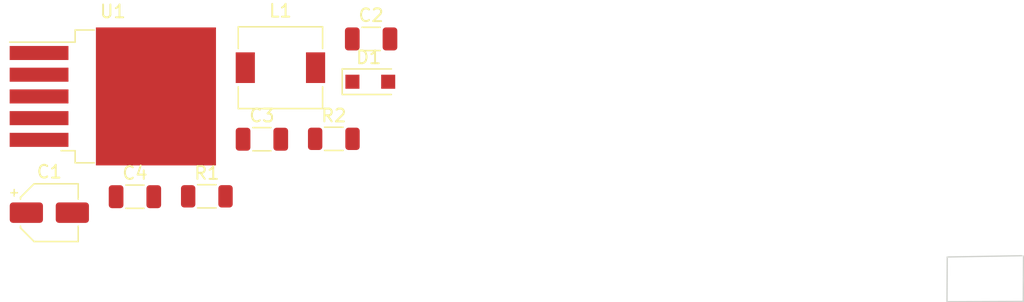
<source format=kicad_pcb>
(kicad_pcb (version 20211014) (generator pcbnew)
  (layers (0 "F.Cu" signal) (31 "B.Cu" signal) (34 "B.Paste" user) (35 "F.Paste" user) (36 "B.SilkS" user "B.Silkscreen") (37 "F.SilkS" user "F.Silkscreen") (38 "B.Mask" user) (39 "F.Mask" user) (44 "Edge.Cuts" user))
  (net 0 "")
  (net 1 "IN+")
  (net 2 "IN-")
  (net 3 "VOUT+")
  (net 4 "VOUT-")
  (net 5 "Net-(D1-Pad1)")
  (net 6 "Net-(R1-Pad2)")
  (footprint "Capacitor_SMD:C_1206_3216Metric" (layer "F.Cu") (at 63.21 99.04)
    (fp_text reference "C3" (at 0 -1.85) (layer "F.SilkS"))
    (fp_text value "1uF")
    (fp_line (start -0.711252 0.91) (end 0.711252 0.91) (layer "F.SilkS") (width 0.12))
    (fp_line (start -0.711252 -0.91) (end 0.711252 -0.91) (layer "F.SilkS") (width 0.12))
    (pad "1" smd roundrect locked (at -1.475 0) (size 1.15 1.8) (layers "F.Cu" "F.Paste" "F.Mask") (roundrect_rratio 0.217391) (net 3 "VOUT+"))
    (pad "2" smd roundrect locked (at 1.475 0) (size 1.15 1.8) (layers "F.Cu" "F.Paste" "F.Mask") (roundrect_rratio 0.217391) (net 4 "VOUT-"))
  )
  (footprint "Inductor_SMD:L_6.3x6.3_H3" (layer "F.Cu") (at 64.66 93.44)
    (fp_text reference "L1" (at 0 -4.45) (layer "F.SilkS"))
    (fp_text value "47uH")
    (fp_line (start -3.3 3.2) (end -3.3 1.5) (layer "F.SilkS") (width 0.12))
    (fp_line (start 3.3 3.2) (end -3.3 3.2) (layer "F.SilkS") (width 0.12))
    (fp_line (start -3.3 -1.5) (end -3.3 -3.2) (layer "F.SilkS") (width 0.12))
    (fp_line (start 3.3 -3.2) (end 3.3 -1.5) (layer "F.SilkS") (width 0.12))
    (fp_line (start -3.3 -3.2) (end 3.3 -3.2) (layer "F.SilkS") (width 0.12))
    (fp_line (start 3.3 1.5) (end 3.3 3.2) (layer "F.SilkS") (width 0.12))
    (pad "1" smd rect locked (at -2.75 0) (size 1.5 2.4) (layers "F.Cu" "F.Paste" "F.Mask") (net 1 "IN+"))
    (pad "2" smd rect locked (at 2.75 0) (size 1.5 2.4) (layers "F.Cu" "F.Paste" "F.Mask") (net 5 "Net-(D1-Pad1)"))
  )
  (footprint "Package_TO_SOT_SMD:TO-263-5_TabPin6" (layer "F.Cu") (at 51.54 95.69)
    (fp_text reference "U1" (at 0 -6.65) (layer "F.SilkS"))
    (fp_text value "XL6009")
    (fp_line (start -2.95 -4.25) (end -8.075 -4.25) (layer "F.SilkS") (width 0.12))
    (fp_line (start -1.45 5.2) (end -2.95 5.2) (layer "F.SilkS") (width 0.12))
    (fp_line (start -1.45 -5.2) (end -2.95 -5.2) (layer "F.SilkS") (width 0.12))
    (fp_line (start -2.95 -5.2) (end -2.95 -4.25) (layer "F.SilkS") (width 0.12))
    (fp_line (start -2.95 5.2) (end -2.95 4.25) (layer "F.SilkS") (width 0.12))
    (fp_line (start -2.95 4.25) (end -4.05 4.25) (layer "F.SilkS") (width 0.12))
    (pad "1" smd rect locked (at -5.775 -3.4) (size 4.6 1.1) (layers "F.Cu" "F.Paste" "F.Mask") (net 2 "IN-"))
    (pad "2" smd rect locked (at -5.775 -1.7) (size 4.6 1.1) (layers "F.Cu" "F.Paste" "F.Mask"))
    (pad "3" smd rect locked (at -5.775 0) (size 4.6 1.1) (layers "F.Cu" "F.Paste" "F.Mask") (net 5 "Net-(D1-Pad1)"))
    (pad "4" smd rect locked (at -5.775 1.7) (size 4.6 1.1) (layers "F.Cu" "F.Paste" "F.Mask") (net 1 "IN+"))
    (pad "5" smd rect locked (at -5.775 3.4) (size 4.6 1.1) (layers "F.Cu" "F.Paste" "F.Mask") (net 6 "Net-(R1-Pad2)"))
    (pad "6" smd rect locked (at 3.375 0) (size 9.4 10.8) (layers "F.Cu" "F.Mask"))
  )
  (footprint "Capacitor_SMD:C_1206_3216Metric" (layer "F.Cu") (at 53.27 103.54)
    (fp_text reference "C4" (at 0 -1.85) (layer "F.SilkS"))
    (fp_text value "220uF/50V")
    (fp_line (start -0.711252 -0.91) (end 0.711252 -0.91) (layer "F.SilkS") (width 0.12))
    (fp_line (start -0.711252 0.91) (end 0.711252 0.91) (layer "F.SilkS") (width 0.12))
    (pad "1" smd roundrect locked (at -1.475 0) (size 1.15 1.8) (layers "F.Cu" "F.Paste" "F.Mask") (roundrect_rratio 0.217391) (net 3 "VOUT+"))
    (pad "2" smd roundrect locked (at 1.475 0) (size 1.15 1.8) (layers "F.Cu" "F.Paste" "F.Mask") (roundrect_rratio 0.217391) (net 4 "VOUT-"))
  )
  (footprint "Resistor_SMD:R_1206_3216Metric" (layer "F.Cu") (at 58.9 103.51)
    (fp_text reference "R1" (at 0 -1.82) (layer "F.SilkS"))
    (fp_text value "60K")
    (fp_line (start -0.727064 -0.91) (end 0.727064 -0.91) (layer "F.SilkS") (width 0.12))
    (fp_line (start -0.727064 0.91) (end 0.727064 0.91) (layer "F.SilkS") (width 0.12))
    (pad "1" smd roundrect locked (at -1.4625 0) (size 1.125 1.75) (layers "F.Cu" "F.Paste" "F.Mask") (roundrect_rratio 0.222222) (net 3 "VOUT+"))
    (pad "2" smd roundrect locked (at 1.4625 0) (size 1.125 1.75) (layers "F.Cu" "F.Paste" "F.Mask") (roundrect_rratio 0.222222) (net 6 "Net-(R1-Pad2)"))
  )
  (footprint "Capacitor_SMD:CP_Elec_4x5.3" (layer "F.Cu") (at 46.57 104.79)
    (fp_text reference "C1" (at 0 -3.2) (layer "F.SilkS"))
    (fp_text value "47uF/60V")
    (fp_line (start 2.26 -2.26) (end 2.26 -1.06) (layer "F.SilkS") (width 0.12))
    (fp_line (start -2.26 -1.195563) (end -1.195563 -2.26) (layer "F.SilkS") (width 0.12))
    (fp_line (start 2.26 2.26) (end 2.26 1.06) (layer "F.SilkS") (width 0.12))
    (fp_line (start -3 -1.56) (end -2.5 -1.56) (layer "F.SilkS") (width 0.12))
    (fp_line (start -2.26 -1.195563) (end -2.26 -1.06) (layer "F.SilkS") (width 0.12))
    (fp_line (start -2.26 1.195563) (end -2.26 1.06) (layer "F.SilkS") (width 0.12))
    (fp_line (start -1.195563 2.26) (end 2.26 2.26) (layer "F.SilkS") (width 0.12))
    (fp_line (start -1.195563 -2.26) (end 2.26 -2.26) (layer "F.SilkS") (width 0.12))
    (fp_line (start -2.75 -1.81) (end -2.75 -1.31) (layer "F.SilkS") (width 0.12))
    (fp_line (start -2.26 1.195563) (end -1.195563 2.26) (layer "F.SilkS") (width 0.12))
    (pad "1" smd roundrect locked (at -1.8 0) (size 2.6 1.6) (layers "F.Cu" "F.Paste" "F.Mask") (roundrect_rratio 0.15625) (net 1 "IN+"))
    (pad "2" smd roundrect locked (at 1.8 0) (size 2.6 1.6) (layers "F.Cu" "F.Paste" "F.Mask") (roundrect_rratio 0.15625) (net 2 "IN-"))
  )
  (footprint "Resistor_SMD:R_1206_3216Metric" (layer "F.Cu") (at 68.84 99.01)
    (fp_text reference "R2" (at 0 -1.82) (layer "F.SilkS"))
    (fp_text value "1K")
    (fp_line (start -0.727064 0.91) (end 0.727064 0.91) (layer "F.SilkS") (width 0.12))
    (fp_line (start -0.727064 -0.91) (end 0.727064 -0.91) (layer "F.SilkS") (width 0.12))
    (pad "1" smd roundrect locked (at -1.4625 0) (size 1.125 1.75) (layers "F.Cu" "F.Paste" "F.Mask") (roundrect_rratio 0.222222) (net 6 "Net-(R1-Pad2)"))
    (pad "2" smd roundrect locked (at 1.4625 0) (size 1.125 1.75) (layers "F.Cu" "F.Paste" "F.Mask") (roundrect_rratio 0.222222) (net 4 "VOUT-"))
  )
  (footprint "Diode_SMD:D_SOD-123F" (layer "F.Cu") (at 71.695 94.54)
    (fp_text reference "D1" (at -0.127 -1.905) (layer "F.SilkS"))
    (fp_text value "SS34")
    (fp_line (start -2.2 -1) (end -2.2 1) (layer "F.SilkS") (width 0.12))
    (fp_line (start -2.2 1) (end 1.65 1) (layer "F.SilkS") (width 0.12))
    (fp_line (start -2.2 -1) (end 1.65 -1) (layer "F.SilkS") (width 0.12))
    (pad "1" smd rect locked (at -1.4 0) (size 1.1 1.1) (layers "F.Cu" "F.Paste" "F.Mask") (net 5 "Net-(D1-Pad1)"))
    (pad "2" smd rect locked (at 1.4 0) (size 1.1 1.1) (layers "F.Cu" "F.Paste" "F.Mask") (net 3 "VOUT+"))
  )
  (footprint "Capacitor_SMD:C_1206_3216Metric" (layer "F.Cu") (at 71.76 91.19)
    (fp_text reference "C2" (at 0 -1.85) (layer "F.SilkS"))
    (fp_text value "1uF")
    (fp_line (start -0.711252 -0.91) (end 0.711252 -0.91) (layer "F.SilkS") (width 0.12))
    (fp_line (start -0.711252 0.91) (end 0.711252 0.91) (layer "F.SilkS") (width 0.12))
    (pad "1" smd roundrect locked (at -1.475 0) (size 1.15 1.8) (layers "F.Cu" "F.Paste" "F.Mask") (roundrect_rratio 0.217391) (net 1 "IN+"))
    (pad "2" smd roundrect locked (at 1.475 0) (size 1.15 1.8) (layers "F.Cu" "F.Paste" "F.Mask") (roundrect_rratio 0.217391) (net 2 "IN-"))
  )
  (gr_line (start 116.86 108.26) (end 122.71 108.16) (layer "Edge.Cuts") (width 0.1))
  (gr_line (start 116.84 111.76) (end 116.86 108.26) (layer "Edge.Cuts") (width 0.1))
  (gr_line (start 122.81 111.735) (end 116.85 111.76) (layer "Edge.Cuts") (width 0.1))
  (gr_line (start 122.83 108.185) (end 122.81 111.735) (layer "Edge.Cuts") (width 0.1))
)
</source>
